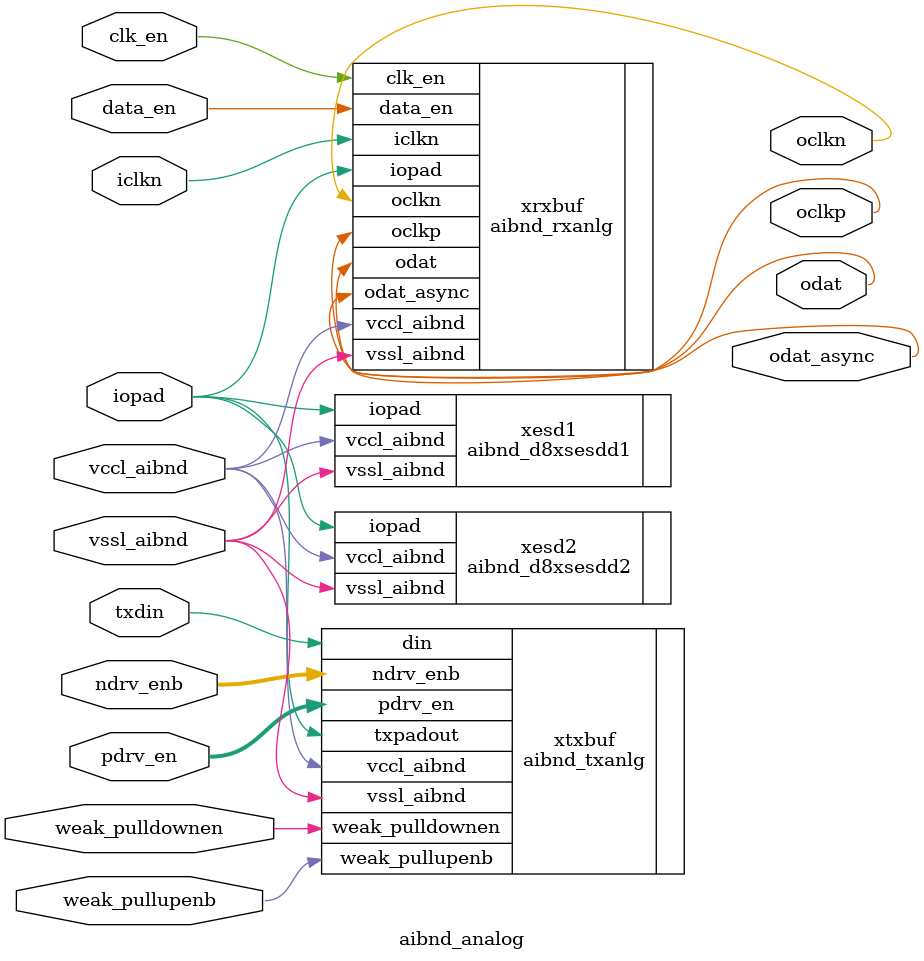
<source format=v>


module aibnd_analog ( oclkn, oclkp, odat, odat_async, iopad, clk_en,
     data_en, iclkn, ndrv_enb, pdrv_en, txdin, vccl_aibnd, vssl_aibnd,
     weak_pulldownen, weak_pullupenb );

output  oclkn, oclkp, odat, odat_async;

inout  iopad;

input  clk_en, data_en, iclkn, txdin, vccl_aibnd, vssl_aibnd,
     weak_pulldownen, weak_pullupenb;

input [15:0]  pdrv_en;
input [15:0]  ndrv_enb;



aibnd_txanlg  xtxbuf ( .vssl_aibnd(vssl_aibnd),
     .vccl_aibnd(vccl_aibnd), .ndrv_enb(ndrv_enb[15:0]),
     .weak_pullupenb(weak_pullupenb), .txpadout(iopad), .din(txdin),
     .pdrv_en(pdrv_en[15:0]), .weak_pulldownen(weak_pulldownen));
aibnd_rxanlg  xrxbuf ( .vssl_aibnd(vssl_aibnd),
     .vccl_aibnd(vccl_aibnd), .odat_async(odat_async),
     .data_en(data_en), .clk_en(clk_en), .odat(odat), .oclkn(oclkn),
     .oclkp(oclkp), .iopad(iopad), .iclkn(iclkn));
aibnd_d8xsesdd1  xesd1 ( .vssl_aibnd(vssl_aibnd),
     .vccl_aibnd(vccl_aibnd), .iopad(iopad));
aibnd_d8xsesdd2  xesd2 ( .vssl_aibnd(vssl_aibnd),
     .vccl_aibnd(vccl_aibnd), .iopad(iopad));

endmodule


</source>
